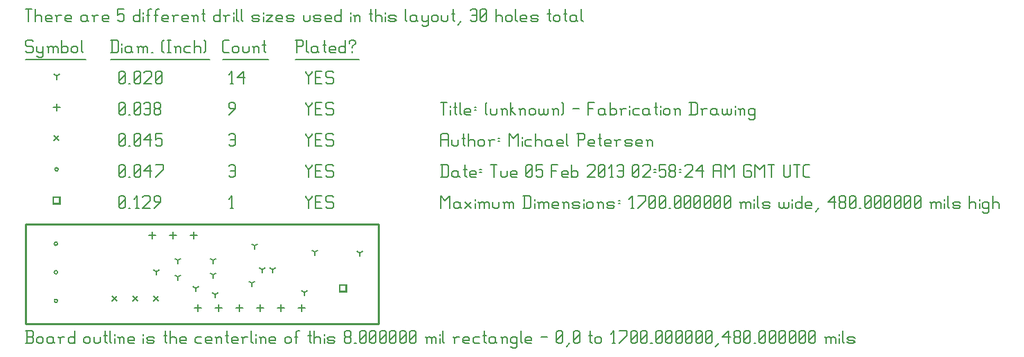
<source format=gbr>
G04 start of page 11 for group -3984 idx -3984 *
G04 Title: (unknown), fab *
G04 Creator: pcb 20110918 *
G04 CreationDate: Tue 05 Feb 2013 02:58:24 AM GMT UTC *
G04 For: railfan *
G04 Format: Gerber/RS-274X *
G04 PCB-Dimensions: 170000 48000 *
G04 PCB-Coordinate-Origin: lower left *
%MOIN*%
%FSLAX25Y25*%
%LNFAB*%
%ADD70C,0.0100*%
%ADD69C,0.0060*%
%ADD68R,0.0080X0.0080*%
G54D68*X151400Y18600D02*X154600D01*
X151400D02*Y15400D01*
X154600D01*
Y18600D02*Y15400D01*
X13400Y60850D02*X16600D01*
X13400D02*Y57650D01*
X16600D01*
Y60850D02*Y57650D01*
G54D69*X135000Y61500D02*Y60750D01*
X136500Y59250D01*
X138000Y60750D01*
Y61500D02*Y60750D01*
X136500Y59250D02*Y55500D01*
X139800Y58500D02*X142050D01*
X139800Y55500D02*X142800D01*
X139800Y61500D02*Y55500D01*
Y61500D02*X142800D01*
X147600D02*X148350Y60750D01*
X145350Y61500D02*X147600D01*
X144600Y60750D02*X145350Y61500D01*
X144600Y60750D02*Y59250D01*
X145350Y58500D01*
X147600D01*
X148350Y57750D01*
Y56250D01*
X147600Y55500D02*X148350Y56250D01*
X145350Y55500D02*X147600D01*
X144600Y56250D02*X145350Y55500D01*
X98750D02*X100250D01*
X99500Y61500D02*Y55500D01*
X98000Y60000D02*X99500Y61500D01*
X45000Y56250D02*X45750Y55500D01*
X45000Y60750D02*Y56250D01*
Y60750D02*X45750Y61500D01*
X47250D01*
X48000Y60750D01*
Y56250D01*
X47250Y55500D02*X48000Y56250D01*
X45750Y55500D02*X47250D01*
X45000Y57000D02*X48000Y60000D01*
X49800Y55500D02*X50550D01*
X53100D02*X54600D01*
X53850Y61500D02*Y55500D01*
X52350Y60000D02*X53850Y61500D01*
X56400Y60750D02*X57150Y61500D01*
X59400D01*
X60150Y60750D01*
Y59250D01*
X56400Y55500D02*X60150Y59250D01*
X56400Y55500D02*X60150D01*
X61950D02*X64950Y58500D01*
Y60750D02*Y58500D01*
X64200Y61500D02*X64950Y60750D01*
X62700Y61500D02*X64200D01*
X61950Y60750D02*X62700Y61500D01*
X61950Y60750D02*Y59250D01*
X62700Y58500D01*
X64950D01*
X13873Y38445D02*G75*G03X15473Y38445I800J0D01*G01*
G75*G03X13873Y38445I-800J0D01*G01*
Y24665D02*G75*G03X15473Y24665I800J0D01*G01*
G75*G03X13873Y24665I-800J0D01*G01*
Y10886D02*G75*G03X15473Y10886I800J0D01*G01*
G75*G03X13873Y10886I-800J0D01*G01*
X14200Y74250D02*G75*G03X15800Y74250I800J0D01*G01*
G75*G03X14200Y74250I-800J0D01*G01*
X135000Y76500D02*Y75750D01*
X136500Y74250D01*
X138000Y75750D01*
Y76500D02*Y75750D01*
X136500Y74250D02*Y70500D01*
X139800Y73500D02*X142050D01*
X139800Y70500D02*X142800D01*
X139800Y76500D02*Y70500D01*
Y76500D02*X142800D01*
X147600D02*X148350Y75750D01*
X145350Y76500D02*X147600D01*
X144600Y75750D02*X145350Y76500D01*
X144600Y75750D02*Y74250D01*
X145350Y73500D01*
X147600D01*
X148350Y72750D01*
Y71250D01*
X147600Y70500D02*X148350Y71250D01*
X145350Y70500D02*X147600D01*
X144600Y71250D02*X145350Y70500D01*
X98000Y75750D02*X98750Y76500D01*
X100250D01*
X101000Y75750D01*
Y71250D01*
X100250Y70500D02*X101000Y71250D01*
X98750Y70500D02*X100250D01*
X98000Y71250D02*X98750Y70500D01*
Y73500D02*X101000D01*
X45000Y71250D02*X45750Y70500D01*
X45000Y75750D02*Y71250D01*
Y75750D02*X45750Y76500D01*
X47250D01*
X48000Y75750D01*
Y71250D01*
X47250Y70500D02*X48000Y71250D01*
X45750Y70500D02*X47250D01*
X45000Y72000D02*X48000Y75000D01*
X49800Y70500D02*X50550D01*
X52350Y71250D02*X53100Y70500D01*
X52350Y75750D02*Y71250D01*
Y75750D02*X53100Y76500D01*
X54600D01*
X55350Y75750D01*
Y71250D01*
X54600Y70500D02*X55350Y71250D01*
X53100Y70500D02*X54600D01*
X52350Y72000D02*X55350Y75000D01*
X57150Y73500D02*X60150Y76500D01*
X57150Y73500D02*X60900D01*
X60150Y76500D02*Y70500D01*
X62700D02*X66450Y74250D01*
Y76500D02*Y74250D01*
X62700Y76500D02*X66450D01*
X61800Y13200D02*X64200Y10800D01*
X61800D02*X64200Y13200D01*
X51800D02*X54200Y10800D01*
X51800D02*X54200Y13200D01*
X41800D02*X44200Y10800D01*
X41800D02*X44200Y13200D01*
X13800Y90450D02*X16200Y88050D01*
X13800D02*X16200Y90450D01*
X135000Y91500D02*Y90750D01*
X136500Y89250D01*
X138000Y90750D01*
Y91500D02*Y90750D01*
X136500Y89250D02*Y85500D01*
X139800Y88500D02*X142050D01*
X139800Y85500D02*X142800D01*
X139800Y91500D02*Y85500D01*
Y91500D02*X142800D01*
X147600D02*X148350Y90750D01*
X145350Y91500D02*X147600D01*
X144600Y90750D02*X145350Y91500D01*
X144600Y90750D02*Y89250D01*
X145350Y88500D01*
X147600D01*
X148350Y87750D01*
Y86250D01*
X147600Y85500D02*X148350Y86250D01*
X145350Y85500D02*X147600D01*
X144600Y86250D02*X145350Y85500D01*
X98000Y90750D02*X98750Y91500D01*
X100250D01*
X101000Y90750D01*
Y86250D01*
X100250Y85500D02*X101000Y86250D01*
X98750Y85500D02*X100250D01*
X98000Y86250D02*X98750Y85500D01*
Y88500D02*X101000D01*
X45000Y86250D02*X45750Y85500D01*
X45000Y90750D02*Y86250D01*
Y90750D02*X45750Y91500D01*
X47250D01*
X48000Y90750D01*
Y86250D01*
X47250Y85500D02*X48000Y86250D01*
X45750Y85500D02*X47250D01*
X45000Y87000D02*X48000Y90000D01*
X49800Y85500D02*X50550D01*
X52350Y86250D02*X53100Y85500D01*
X52350Y90750D02*Y86250D01*
Y90750D02*X53100Y91500D01*
X54600D01*
X55350Y90750D01*
Y86250D01*
X54600Y85500D02*X55350Y86250D01*
X53100Y85500D02*X54600D01*
X52350Y87000D02*X55350Y90000D01*
X57150Y88500D02*X60150Y91500D01*
X57150Y88500D02*X60900D01*
X60150Y91500D02*Y85500D01*
X62700Y91500D02*X65700D01*
X62700D02*Y88500D01*
X63450Y89250D01*
X64950D01*
X65700Y88500D01*
Y86250D01*
X64950Y85500D02*X65700Y86250D01*
X63450Y85500D02*X64950D01*
X62700Y86250D02*X63450Y85500D01*
X61000Y44100D02*Y40900D01*
X59400Y42500D02*X62600D01*
X71000Y44100D02*Y40900D01*
X69400Y42500D02*X72600D01*
X81000Y44100D02*Y40900D01*
X79400Y42500D02*X82600D01*
X133000Y9100D02*Y5900D01*
X131400Y7500D02*X134600D01*
X123000Y9100D02*Y5900D01*
X121400Y7500D02*X124600D01*
X113000Y9100D02*Y5900D01*
X111400Y7500D02*X114600D01*
X103000Y9100D02*Y5900D01*
X101400Y7500D02*X104600D01*
X93000Y9100D02*Y5900D01*
X91400Y7500D02*X94600D01*
X83000Y9100D02*Y5900D01*
X81400Y7500D02*X84600D01*
X15000Y105850D02*Y102650D01*
X13400Y104250D02*X16600D01*
X135000Y106500D02*Y105750D01*
X136500Y104250D01*
X138000Y105750D01*
Y106500D02*Y105750D01*
X136500Y104250D02*Y100500D01*
X139800Y103500D02*X142050D01*
X139800Y100500D02*X142800D01*
X139800Y106500D02*Y100500D01*
Y106500D02*X142800D01*
X147600D02*X148350Y105750D01*
X145350Y106500D02*X147600D01*
X144600Y105750D02*X145350Y106500D01*
X144600Y105750D02*Y104250D01*
X145350Y103500D01*
X147600D01*
X148350Y102750D01*
Y101250D01*
X147600Y100500D02*X148350Y101250D01*
X145350Y100500D02*X147600D01*
X144600Y101250D02*X145350Y100500D01*
X98000D02*X101000Y103500D01*
Y105750D02*Y103500D01*
X100250Y106500D02*X101000Y105750D01*
X98750Y106500D02*X100250D01*
X98000Y105750D02*X98750Y106500D01*
X98000Y105750D02*Y104250D01*
X98750Y103500D01*
X101000D01*
X45000Y101250D02*X45750Y100500D01*
X45000Y105750D02*Y101250D01*
Y105750D02*X45750Y106500D01*
X47250D01*
X48000Y105750D01*
Y101250D01*
X47250Y100500D02*X48000Y101250D01*
X45750Y100500D02*X47250D01*
X45000Y102000D02*X48000Y105000D01*
X49800Y100500D02*X50550D01*
X52350Y101250D02*X53100Y100500D01*
X52350Y105750D02*Y101250D01*
Y105750D02*X53100Y106500D01*
X54600D01*
X55350Y105750D01*
Y101250D01*
X54600Y100500D02*X55350Y101250D01*
X53100Y100500D02*X54600D01*
X52350Y102000D02*X55350Y105000D01*
X57150Y105750D02*X57900Y106500D01*
X59400D01*
X60150Y105750D01*
Y101250D01*
X59400Y100500D02*X60150Y101250D01*
X57900Y100500D02*X59400D01*
X57150Y101250D02*X57900Y100500D01*
Y103500D02*X60150D01*
X61950Y101250D02*X62700Y100500D01*
X61950Y102750D02*Y101250D01*
Y102750D02*X62700Y103500D01*
X64200D01*
X64950Y102750D01*
Y101250D01*
X64200Y100500D02*X64950Y101250D01*
X62700Y100500D02*X64200D01*
X61950Y104250D02*X62700Y103500D01*
X61950Y105750D02*Y104250D01*
Y105750D02*X62700Y106500D01*
X64200D01*
X64950Y105750D01*
Y104250D01*
X64200Y103500D02*X64950Y104250D01*
X109000Y19500D02*Y17900D01*
Y19500D02*X110387Y20300D01*
X109000Y19500D02*X107613Y20300D01*
X73500Y22500D02*Y20900D01*
Y22500D02*X74887Y23300D01*
X73500Y22500D02*X72113Y23300D01*
X73500Y30500D02*Y28900D01*
Y30500D02*X74887Y31300D01*
X73500Y30500D02*X72113Y31300D01*
X90500Y23500D02*Y21900D01*
Y23500D02*X91887Y24300D01*
X90500Y23500D02*X89113Y24300D01*
X139500Y34500D02*Y32900D01*
Y34500D02*X140887Y35300D01*
X139500Y34500D02*X138113Y35300D01*
X110500Y37500D02*Y35900D01*
Y37500D02*X111887Y38300D01*
X110500Y37500D02*X109113Y38300D01*
X90500Y30500D02*Y28900D01*
Y30500D02*X91887Y31300D01*
X90500Y30500D02*X89113Y31300D01*
X119000Y26000D02*Y24400D01*
Y26000D02*X120387Y26800D01*
X119000Y26000D02*X117613Y26800D01*
X161000Y34000D02*Y32400D01*
Y34000D02*X162387Y34800D01*
X161000Y34000D02*X159613Y34800D01*
X114000Y26000D02*Y24400D01*
Y26000D02*X115387Y26800D01*
X114000Y26000D02*X112613Y26800D01*
X82000Y17000D02*Y15400D01*
Y17000D02*X83387Y17800D01*
X82000Y17000D02*X80613Y17800D01*
X134500Y15000D02*Y13400D01*
Y15000D02*X135887Y15800D01*
X134500Y15000D02*X133113Y15800D01*
X91500Y14000D02*Y12400D01*
Y14000D02*X92887Y14800D01*
X91500Y14000D02*X90113Y14800D01*
X63000Y25000D02*Y23400D01*
Y25000D02*X64387Y25800D01*
X63000Y25000D02*X61613Y25800D01*
X15000Y119250D02*Y117650D01*
Y119250D02*X16387Y120050D01*
X15000Y119250D02*X13613Y120050D01*
X135000Y121500D02*Y120750D01*
X136500Y119250D01*
X138000Y120750D01*
Y121500D02*Y120750D01*
X136500Y119250D02*Y115500D01*
X139800Y118500D02*X142050D01*
X139800Y115500D02*X142800D01*
X139800Y121500D02*Y115500D01*
Y121500D02*X142800D01*
X147600D02*X148350Y120750D01*
X145350Y121500D02*X147600D01*
X144600Y120750D02*X145350Y121500D01*
X144600Y120750D02*Y119250D01*
X145350Y118500D01*
X147600D01*
X148350Y117750D01*
Y116250D01*
X147600Y115500D02*X148350Y116250D01*
X145350Y115500D02*X147600D01*
X144600Y116250D02*X145350Y115500D01*
X98750D02*X100250D01*
X99500Y121500D02*Y115500D01*
X98000Y120000D02*X99500Y121500D01*
X102050Y118500D02*X105050Y121500D01*
X102050Y118500D02*X105800D01*
X105050Y121500D02*Y115500D01*
X45000Y116250D02*X45750Y115500D01*
X45000Y120750D02*Y116250D01*
Y120750D02*X45750Y121500D01*
X47250D01*
X48000Y120750D01*
Y116250D01*
X47250Y115500D02*X48000Y116250D01*
X45750Y115500D02*X47250D01*
X45000Y117000D02*X48000Y120000D01*
X49800Y115500D02*X50550D01*
X52350Y116250D02*X53100Y115500D01*
X52350Y120750D02*Y116250D01*
Y120750D02*X53100Y121500D01*
X54600D01*
X55350Y120750D01*
Y116250D01*
X54600Y115500D02*X55350Y116250D01*
X53100Y115500D02*X54600D01*
X52350Y117000D02*X55350Y120000D01*
X57150Y120750D02*X57900Y121500D01*
X60150D01*
X60900Y120750D01*
Y119250D01*
X57150Y115500D02*X60900Y119250D01*
X57150Y115500D02*X60900D01*
X62700Y116250D02*X63450Y115500D01*
X62700Y120750D02*Y116250D01*
Y120750D02*X63450Y121500D01*
X64950D01*
X65700Y120750D01*
Y116250D01*
X64950Y115500D02*X65700Y116250D01*
X63450Y115500D02*X64950D01*
X62700Y117000D02*X65700Y120000D01*
X3000Y136500D02*X3750Y135750D01*
X750Y136500D02*X3000D01*
X0Y135750D02*X750Y136500D01*
X0Y135750D02*Y134250D01*
X750Y133500D01*
X3000D01*
X3750Y132750D01*
Y131250D01*
X3000Y130500D02*X3750Y131250D01*
X750Y130500D02*X3000D01*
X0Y131250D02*X750Y130500D01*
X5550Y133500D02*Y131250D01*
X6300Y130500D01*
X8550Y133500D02*Y129000D01*
X7800Y128250D02*X8550Y129000D01*
X6300Y128250D02*X7800D01*
X5550Y129000D02*X6300Y128250D01*
Y130500D02*X7800D01*
X8550Y131250D01*
X11100Y132750D02*Y130500D01*
Y132750D02*X11850Y133500D01*
X12600D01*
X13350Y132750D01*
Y130500D01*
Y132750D02*X14100Y133500D01*
X14850D01*
X15600Y132750D01*
Y130500D01*
X10350Y133500D02*X11100Y132750D01*
X17400Y136500D02*Y130500D01*
Y131250D02*X18150Y130500D01*
X19650D01*
X20400Y131250D01*
Y132750D02*Y131250D01*
X19650Y133500D02*X20400Y132750D01*
X18150Y133500D02*X19650D01*
X17400Y132750D02*X18150Y133500D01*
X22200Y132750D02*Y131250D01*
Y132750D02*X22950Y133500D01*
X24450D01*
X25200Y132750D01*
Y131250D01*
X24450Y130500D02*X25200Y131250D01*
X22950Y130500D02*X24450D01*
X22200Y131250D02*X22950Y130500D01*
X27000Y136500D02*Y131250D01*
X27750Y130500D01*
X0Y127250D02*X29250D01*
X41750Y136500D02*Y130500D01*
X44000Y136500D02*X44750Y135750D01*
Y131250D01*
X44000Y130500D02*X44750Y131250D01*
X41000Y130500D02*X44000D01*
X41000Y136500D02*X44000D01*
X46550Y135000D02*Y134250D01*
Y132750D02*Y130500D01*
X50300Y133500D02*X51050Y132750D01*
X48800Y133500D02*X50300D01*
X48050Y132750D02*X48800Y133500D01*
X48050Y132750D02*Y131250D01*
X48800Y130500D01*
X51050Y133500D02*Y131250D01*
X51800Y130500D01*
X48800D02*X50300D01*
X51050Y131250D01*
X54350Y132750D02*Y130500D01*
Y132750D02*X55100Y133500D01*
X55850D01*
X56600Y132750D01*
Y130500D01*
Y132750D02*X57350Y133500D01*
X58100D01*
X58850Y132750D01*
Y130500D01*
X53600Y133500D02*X54350Y132750D01*
X60650Y130500D02*X61400D01*
X65900Y131250D02*X66650Y130500D01*
X65900Y135750D02*X66650Y136500D01*
X65900Y135750D02*Y131250D01*
X68450Y136500D02*X69950D01*
X69200D02*Y130500D01*
X68450D02*X69950D01*
X72500Y132750D02*Y130500D01*
Y132750D02*X73250Y133500D01*
X74000D01*
X74750Y132750D01*
Y130500D01*
X71750Y133500D02*X72500Y132750D01*
X77300Y133500D02*X79550D01*
X76550Y132750D02*X77300Y133500D01*
X76550Y132750D02*Y131250D01*
X77300Y130500D01*
X79550D01*
X81350Y136500D02*Y130500D01*
Y132750D02*X82100Y133500D01*
X83600D01*
X84350Y132750D01*
Y130500D01*
X86150Y136500D02*X86900Y135750D01*
Y131250D01*
X86150Y130500D02*X86900Y131250D01*
X41000Y127250D02*X88700D01*
X95750Y130500D02*X98000D01*
X95000Y131250D02*X95750Y130500D01*
X95000Y135750D02*Y131250D01*
Y135750D02*X95750Y136500D01*
X98000D01*
X99800Y132750D02*Y131250D01*
Y132750D02*X100550Y133500D01*
X102050D01*
X102800Y132750D01*
Y131250D01*
X102050Y130500D02*X102800Y131250D01*
X100550Y130500D02*X102050D01*
X99800Y131250D02*X100550Y130500D01*
X104600Y133500D02*Y131250D01*
X105350Y130500D01*
X106850D01*
X107600Y131250D01*
Y133500D02*Y131250D01*
X110150Y132750D02*Y130500D01*
Y132750D02*X110900Y133500D01*
X111650D01*
X112400Y132750D01*
Y130500D01*
X109400Y133500D02*X110150Y132750D01*
X114950Y136500D02*Y131250D01*
X115700Y130500D01*
X114200Y134250D02*X115700D01*
X95000Y127250D02*X117200D01*
X130750Y136500D02*Y130500D01*
X130000Y136500D02*X133000D01*
X133750Y135750D01*
Y134250D01*
X133000Y133500D02*X133750Y134250D01*
X130750Y133500D02*X133000D01*
X135550Y136500D02*Y131250D01*
X136300Y130500D01*
X140050Y133500D02*X140800Y132750D01*
X138550Y133500D02*X140050D01*
X137800Y132750D02*X138550Y133500D01*
X137800Y132750D02*Y131250D01*
X138550Y130500D01*
X140800Y133500D02*Y131250D01*
X141550Y130500D01*
X138550D02*X140050D01*
X140800Y131250D01*
X144100Y136500D02*Y131250D01*
X144850Y130500D01*
X143350Y134250D02*X144850D01*
X147100Y130500D02*X149350D01*
X146350Y131250D02*X147100Y130500D01*
X146350Y132750D02*Y131250D01*
Y132750D02*X147100Y133500D01*
X148600D01*
X149350Y132750D01*
X146350Y132000D02*X149350D01*
Y132750D02*Y132000D01*
X154150Y136500D02*Y130500D01*
X153400D02*X154150Y131250D01*
X151900Y130500D02*X153400D01*
X151150Y131250D02*X151900Y130500D01*
X151150Y132750D02*Y131250D01*
Y132750D02*X151900Y133500D01*
X153400D01*
X154150Y132750D01*
X157450Y133500D02*Y132750D01*
Y131250D02*Y130500D01*
X155950Y135750D02*Y135000D01*
Y135750D02*X156700Y136500D01*
X158200D01*
X158950Y135750D01*
Y135000D01*
X157450Y133500D02*X158950Y135000D01*
X130000Y127250D02*X160750D01*
X0Y151500D02*X3000D01*
X1500D02*Y145500D01*
X4800Y151500D02*Y145500D01*
Y147750D02*X5550Y148500D01*
X7050D01*
X7800Y147750D01*
Y145500D01*
X10350D02*X12600D01*
X9600Y146250D02*X10350Y145500D01*
X9600Y147750D02*Y146250D01*
Y147750D02*X10350Y148500D01*
X11850D01*
X12600Y147750D01*
X9600Y147000D02*X12600D01*
Y147750D02*Y147000D01*
X15150Y147750D02*Y145500D01*
Y147750D02*X15900Y148500D01*
X17400D01*
X14400D02*X15150Y147750D01*
X19950Y145500D02*X22200D01*
X19200Y146250D02*X19950Y145500D01*
X19200Y147750D02*Y146250D01*
Y147750D02*X19950Y148500D01*
X21450D01*
X22200Y147750D01*
X19200Y147000D02*X22200D01*
Y147750D02*Y147000D01*
X28950Y148500D02*X29700Y147750D01*
X27450Y148500D02*X28950D01*
X26700Y147750D02*X27450Y148500D01*
X26700Y147750D02*Y146250D01*
X27450Y145500D01*
X29700Y148500D02*Y146250D01*
X30450Y145500D01*
X27450D02*X28950D01*
X29700Y146250D01*
X33000Y147750D02*Y145500D01*
Y147750D02*X33750Y148500D01*
X35250D01*
X32250D02*X33000Y147750D01*
X37800Y145500D02*X40050D01*
X37050Y146250D02*X37800Y145500D01*
X37050Y147750D02*Y146250D01*
Y147750D02*X37800Y148500D01*
X39300D01*
X40050Y147750D01*
X37050Y147000D02*X40050D01*
Y147750D02*Y147000D01*
X44550Y151500D02*X47550D01*
X44550D02*Y148500D01*
X45300Y149250D01*
X46800D01*
X47550Y148500D01*
Y146250D01*
X46800Y145500D02*X47550Y146250D01*
X45300Y145500D02*X46800D01*
X44550Y146250D02*X45300Y145500D01*
X55050Y151500D02*Y145500D01*
X54300D02*X55050Y146250D01*
X52800Y145500D02*X54300D01*
X52050Y146250D02*X52800Y145500D01*
X52050Y147750D02*Y146250D01*
Y147750D02*X52800Y148500D01*
X54300D01*
X55050Y147750D01*
X56850Y150000D02*Y149250D01*
Y147750D02*Y145500D01*
X59100Y150750D02*Y145500D01*
Y150750D02*X59850Y151500D01*
X60600D01*
X58350Y148500D02*X59850D01*
X62850Y150750D02*Y145500D01*
Y150750D02*X63600Y151500D01*
X64350D01*
X62100Y148500D02*X63600D01*
X66600Y145500D02*X68850D01*
X65850Y146250D02*X66600Y145500D01*
X65850Y147750D02*Y146250D01*
Y147750D02*X66600Y148500D01*
X68100D01*
X68850Y147750D01*
X65850Y147000D02*X68850D01*
Y147750D02*Y147000D01*
X71400Y147750D02*Y145500D01*
Y147750D02*X72150Y148500D01*
X73650D01*
X70650D02*X71400Y147750D01*
X76200Y145500D02*X78450D01*
X75450Y146250D02*X76200Y145500D01*
X75450Y147750D02*Y146250D01*
Y147750D02*X76200Y148500D01*
X77700D01*
X78450Y147750D01*
X75450Y147000D02*X78450D01*
Y147750D02*Y147000D01*
X81000Y147750D02*Y145500D01*
Y147750D02*X81750Y148500D01*
X82500D01*
X83250Y147750D01*
Y145500D01*
X80250Y148500D02*X81000Y147750D01*
X85800Y151500D02*Y146250D01*
X86550Y145500D01*
X85050Y149250D02*X86550D01*
X93750Y151500D02*Y145500D01*
X93000D02*X93750Y146250D01*
X91500Y145500D02*X93000D01*
X90750Y146250D02*X91500Y145500D01*
X90750Y147750D02*Y146250D01*
Y147750D02*X91500Y148500D01*
X93000D01*
X93750Y147750D01*
X96300D02*Y145500D01*
Y147750D02*X97050Y148500D01*
X98550D01*
X95550D02*X96300Y147750D01*
X100350Y150000D02*Y149250D01*
Y147750D02*Y145500D01*
X101850Y151500D02*Y146250D01*
X102600Y145500D01*
X104100Y151500D02*Y146250D01*
X104850Y145500D01*
X109800D02*X112050D01*
X112800Y146250D01*
X112050Y147000D02*X112800Y146250D01*
X109800Y147000D02*X112050D01*
X109050Y147750D02*X109800Y147000D01*
X109050Y147750D02*X109800Y148500D01*
X112050D01*
X112800Y147750D01*
X109050Y146250D02*X109800Y145500D01*
X114600Y150000D02*Y149250D01*
Y147750D02*Y145500D01*
X116100Y148500D02*X119100D01*
X116100Y145500D02*X119100Y148500D01*
X116100Y145500D02*X119100D01*
X121650D02*X123900D01*
X120900Y146250D02*X121650Y145500D01*
X120900Y147750D02*Y146250D01*
Y147750D02*X121650Y148500D01*
X123150D01*
X123900Y147750D01*
X120900Y147000D02*X123900D01*
Y147750D02*Y147000D01*
X126450Y145500D02*X128700D01*
X129450Y146250D01*
X128700Y147000D02*X129450Y146250D01*
X126450Y147000D02*X128700D01*
X125700Y147750D02*X126450Y147000D01*
X125700Y147750D02*X126450Y148500D01*
X128700D01*
X129450Y147750D01*
X125700Y146250D02*X126450Y145500D01*
X133950Y148500D02*Y146250D01*
X134700Y145500D01*
X136200D01*
X136950Y146250D01*
Y148500D02*Y146250D01*
X139500Y145500D02*X141750D01*
X142500Y146250D01*
X141750Y147000D02*X142500Y146250D01*
X139500Y147000D02*X141750D01*
X138750Y147750D02*X139500Y147000D01*
X138750Y147750D02*X139500Y148500D01*
X141750D01*
X142500Y147750D01*
X138750Y146250D02*X139500Y145500D01*
X145050D02*X147300D01*
X144300Y146250D02*X145050Y145500D01*
X144300Y147750D02*Y146250D01*
Y147750D02*X145050Y148500D01*
X146550D01*
X147300Y147750D01*
X144300Y147000D02*X147300D01*
Y147750D02*Y147000D01*
X152100Y151500D02*Y145500D01*
X151350D02*X152100Y146250D01*
X149850Y145500D02*X151350D01*
X149100Y146250D02*X149850Y145500D01*
X149100Y147750D02*Y146250D01*
Y147750D02*X149850Y148500D01*
X151350D01*
X152100Y147750D01*
X156600Y150000D02*Y149250D01*
Y147750D02*Y145500D01*
X158850Y147750D02*Y145500D01*
Y147750D02*X159600Y148500D01*
X160350D01*
X161100Y147750D01*
Y145500D01*
X158100Y148500D02*X158850Y147750D01*
X166350Y151500D02*Y146250D01*
X167100Y145500D01*
X165600Y149250D02*X167100D01*
X168600Y151500D02*Y145500D01*
Y147750D02*X169350Y148500D01*
X170850D01*
X171600Y147750D01*
Y145500D01*
X173400Y150000D02*Y149250D01*
Y147750D02*Y145500D01*
X175650D02*X177900D01*
X178650Y146250D01*
X177900Y147000D02*X178650Y146250D01*
X175650Y147000D02*X177900D01*
X174900Y147750D02*X175650Y147000D01*
X174900Y147750D02*X175650Y148500D01*
X177900D01*
X178650Y147750D01*
X174900Y146250D02*X175650Y145500D01*
X183150Y151500D02*Y146250D01*
X183900Y145500D01*
X187650Y148500D02*X188400Y147750D01*
X186150Y148500D02*X187650D01*
X185400Y147750D02*X186150Y148500D01*
X185400Y147750D02*Y146250D01*
X186150Y145500D01*
X188400Y148500D02*Y146250D01*
X189150Y145500D01*
X186150D02*X187650D01*
X188400Y146250D01*
X190950Y148500D02*Y146250D01*
X191700Y145500D01*
X193950Y148500D02*Y144000D01*
X193200Y143250D02*X193950Y144000D01*
X191700Y143250D02*X193200D01*
X190950Y144000D02*X191700Y143250D01*
Y145500D02*X193200D01*
X193950Y146250D01*
X195750Y147750D02*Y146250D01*
Y147750D02*X196500Y148500D01*
X198000D01*
X198750Y147750D01*
Y146250D01*
X198000Y145500D02*X198750Y146250D01*
X196500Y145500D02*X198000D01*
X195750Y146250D02*X196500Y145500D01*
X200550Y148500D02*Y146250D01*
X201300Y145500D01*
X202800D01*
X203550Y146250D01*
Y148500D02*Y146250D01*
X206100Y151500D02*Y146250D01*
X206850Y145500D01*
X205350Y149250D02*X206850D01*
X208350Y144000D02*X209850Y145500D01*
X214350Y150750D02*X215100Y151500D01*
X216600D01*
X217350Y150750D01*
Y146250D01*
X216600Y145500D02*X217350Y146250D01*
X215100Y145500D02*X216600D01*
X214350Y146250D02*X215100Y145500D01*
Y148500D02*X217350D01*
X219150Y146250D02*X219900Y145500D01*
X219150Y150750D02*Y146250D01*
Y150750D02*X219900Y151500D01*
X221400D01*
X222150Y150750D01*
Y146250D01*
X221400Y145500D02*X222150Y146250D01*
X219900Y145500D02*X221400D01*
X219150Y147000D02*X222150Y150000D01*
X226650Y151500D02*Y145500D01*
Y147750D02*X227400Y148500D01*
X228900D01*
X229650Y147750D01*
Y145500D01*
X231450Y147750D02*Y146250D01*
Y147750D02*X232200Y148500D01*
X233700D01*
X234450Y147750D01*
Y146250D01*
X233700Y145500D02*X234450Y146250D01*
X232200Y145500D02*X233700D01*
X231450Y146250D02*X232200Y145500D01*
X236250Y151500D02*Y146250D01*
X237000Y145500D01*
X239250D02*X241500D01*
X238500Y146250D02*X239250Y145500D01*
X238500Y147750D02*Y146250D01*
Y147750D02*X239250Y148500D01*
X240750D01*
X241500Y147750D01*
X238500Y147000D02*X241500D01*
Y147750D02*Y147000D01*
X244050Y145500D02*X246300D01*
X247050Y146250D01*
X246300Y147000D02*X247050Y146250D01*
X244050Y147000D02*X246300D01*
X243300Y147750D02*X244050Y147000D01*
X243300Y147750D02*X244050Y148500D01*
X246300D01*
X247050Y147750D01*
X243300Y146250D02*X244050Y145500D01*
X252300Y151500D02*Y146250D01*
X253050Y145500D01*
X251550Y149250D02*X253050D01*
X254550Y147750D02*Y146250D01*
Y147750D02*X255300Y148500D01*
X256800D01*
X257550Y147750D01*
Y146250D01*
X256800Y145500D02*X257550Y146250D01*
X255300Y145500D02*X256800D01*
X254550Y146250D02*X255300Y145500D01*
X260100Y151500D02*Y146250D01*
X260850Y145500D01*
X259350Y149250D02*X260850D01*
X264600Y148500D02*X265350Y147750D01*
X263100Y148500D02*X264600D01*
X262350Y147750D02*X263100Y148500D01*
X262350Y147750D02*Y146250D01*
X263100Y145500D01*
X265350Y148500D02*Y146250D01*
X266100Y145500D01*
X263100D02*X264600D01*
X265350Y146250D01*
X267900Y151500D02*Y146250D01*
X268650Y145500D01*
G54D70*X0Y48000D02*X170000D01*
X0D02*Y0D01*
X170000Y48000D02*Y0D01*
X0D02*X170000D01*
G54D69*X200000Y61500D02*Y55500D01*
Y61500D02*X202250Y59250D01*
X204500Y61500D01*
Y55500D01*
X208550Y58500D02*X209300Y57750D01*
X207050Y58500D02*X208550D01*
X206300Y57750D02*X207050Y58500D01*
X206300Y57750D02*Y56250D01*
X207050Y55500D01*
X209300Y58500D02*Y56250D01*
X210050Y55500D01*
X207050D02*X208550D01*
X209300Y56250D01*
X211850Y58500D02*X214850Y55500D01*
X211850D02*X214850Y58500D01*
X216650Y60000D02*Y59250D01*
Y57750D02*Y55500D01*
X218900Y57750D02*Y55500D01*
Y57750D02*X219650Y58500D01*
X220400D01*
X221150Y57750D01*
Y55500D01*
Y57750D02*X221900Y58500D01*
X222650D01*
X223400Y57750D01*
Y55500D01*
X218150Y58500D02*X218900Y57750D01*
X225200Y58500D02*Y56250D01*
X225950Y55500D01*
X227450D01*
X228200Y56250D01*
Y58500D02*Y56250D01*
X230750Y57750D02*Y55500D01*
Y57750D02*X231500Y58500D01*
X232250D01*
X233000Y57750D01*
Y55500D01*
Y57750D02*X233750Y58500D01*
X234500D01*
X235250Y57750D01*
Y55500D01*
X230000Y58500D02*X230750Y57750D01*
X240500Y61500D02*Y55500D01*
X242750Y61500D02*X243500Y60750D01*
Y56250D01*
X242750Y55500D02*X243500Y56250D01*
X239750Y55500D02*X242750D01*
X239750Y61500D02*X242750D01*
X245300Y60000D02*Y59250D01*
Y57750D02*Y55500D01*
X247550Y57750D02*Y55500D01*
Y57750D02*X248300Y58500D01*
X249050D01*
X249800Y57750D01*
Y55500D01*
Y57750D02*X250550Y58500D01*
X251300D01*
X252050Y57750D01*
Y55500D01*
X246800Y58500D02*X247550Y57750D01*
X254600Y55500D02*X256850D01*
X253850Y56250D02*X254600Y55500D01*
X253850Y57750D02*Y56250D01*
Y57750D02*X254600Y58500D01*
X256100D01*
X256850Y57750D01*
X253850Y57000D02*X256850D01*
Y57750D02*Y57000D01*
X259400Y57750D02*Y55500D01*
Y57750D02*X260150Y58500D01*
X260900D01*
X261650Y57750D01*
Y55500D01*
X258650Y58500D02*X259400Y57750D01*
X264200Y55500D02*X266450D01*
X267200Y56250D01*
X266450Y57000D02*X267200Y56250D01*
X264200Y57000D02*X266450D01*
X263450Y57750D02*X264200Y57000D01*
X263450Y57750D02*X264200Y58500D01*
X266450D01*
X267200Y57750D01*
X263450Y56250D02*X264200Y55500D01*
X269000Y60000D02*Y59250D01*
Y57750D02*Y55500D01*
X270500Y57750D02*Y56250D01*
Y57750D02*X271250Y58500D01*
X272750D01*
X273500Y57750D01*
Y56250D01*
X272750Y55500D02*X273500Y56250D01*
X271250Y55500D02*X272750D01*
X270500Y56250D02*X271250Y55500D01*
X276050Y57750D02*Y55500D01*
Y57750D02*X276800Y58500D01*
X277550D01*
X278300Y57750D01*
Y55500D01*
X275300Y58500D02*X276050Y57750D01*
X280850Y55500D02*X283100D01*
X283850Y56250D01*
X283100Y57000D02*X283850Y56250D01*
X280850Y57000D02*X283100D01*
X280100Y57750D02*X280850Y57000D01*
X280100Y57750D02*X280850Y58500D01*
X283100D01*
X283850Y57750D01*
X280100Y56250D02*X280850Y55500D01*
X285650Y59250D02*X286400D01*
X285650Y57750D02*X286400D01*
X291650Y55500D02*X293150D01*
X292400Y61500D02*Y55500D01*
X290900Y60000D02*X292400Y61500D01*
X294950Y55500D02*X298700Y59250D01*
Y61500D02*Y59250D01*
X294950Y61500D02*X298700D01*
X300500Y56250D02*X301250Y55500D01*
X300500Y60750D02*Y56250D01*
Y60750D02*X301250Y61500D01*
X302750D01*
X303500Y60750D01*
Y56250D01*
X302750Y55500D02*X303500Y56250D01*
X301250Y55500D02*X302750D01*
X300500Y57000D02*X303500Y60000D01*
X305300Y56250D02*X306050Y55500D01*
X305300Y60750D02*Y56250D01*
Y60750D02*X306050Y61500D01*
X307550D01*
X308300Y60750D01*
Y56250D01*
X307550Y55500D02*X308300Y56250D01*
X306050Y55500D02*X307550D01*
X305300Y57000D02*X308300Y60000D01*
X310100Y55500D02*X310850D01*
X312650Y56250D02*X313400Y55500D01*
X312650Y60750D02*Y56250D01*
Y60750D02*X313400Y61500D01*
X314900D01*
X315650Y60750D01*
Y56250D01*
X314900Y55500D02*X315650Y56250D01*
X313400Y55500D02*X314900D01*
X312650Y57000D02*X315650Y60000D01*
X317450Y56250D02*X318200Y55500D01*
X317450Y60750D02*Y56250D01*
Y60750D02*X318200Y61500D01*
X319700D01*
X320450Y60750D01*
Y56250D01*
X319700Y55500D02*X320450Y56250D01*
X318200Y55500D02*X319700D01*
X317450Y57000D02*X320450Y60000D01*
X322250Y56250D02*X323000Y55500D01*
X322250Y60750D02*Y56250D01*
Y60750D02*X323000Y61500D01*
X324500D01*
X325250Y60750D01*
Y56250D01*
X324500Y55500D02*X325250Y56250D01*
X323000Y55500D02*X324500D01*
X322250Y57000D02*X325250Y60000D01*
X327050Y56250D02*X327800Y55500D01*
X327050Y60750D02*Y56250D01*
Y60750D02*X327800Y61500D01*
X329300D01*
X330050Y60750D01*
Y56250D01*
X329300Y55500D02*X330050Y56250D01*
X327800Y55500D02*X329300D01*
X327050Y57000D02*X330050Y60000D01*
X331850Y56250D02*X332600Y55500D01*
X331850Y60750D02*Y56250D01*
Y60750D02*X332600Y61500D01*
X334100D01*
X334850Y60750D01*
Y56250D01*
X334100Y55500D02*X334850Y56250D01*
X332600Y55500D02*X334100D01*
X331850Y57000D02*X334850Y60000D01*
X336650Y56250D02*X337400Y55500D01*
X336650Y60750D02*Y56250D01*
Y60750D02*X337400Y61500D01*
X338900D01*
X339650Y60750D01*
Y56250D01*
X338900Y55500D02*X339650Y56250D01*
X337400Y55500D02*X338900D01*
X336650Y57000D02*X339650Y60000D01*
X344900Y57750D02*Y55500D01*
Y57750D02*X345650Y58500D01*
X346400D01*
X347150Y57750D01*
Y55500D01*
Y57750D02*X347900Y58500D01*
X348650D01*
X349400Y57750D01*
Y55500D01*
X344150Y58500D02*X344900Y57750D01*
X351200Y60000D02*Y59250D01*
Y57750D02*Y55500D01*
X352700Y61500D02*Y56250D01*
X353450Y55500D01*
X355700D02*X357950D01*
X358700Y56250D01*
X357950Y57000D02*X358700Y56250D01*
X355700Y57000D02*X357950D01*
X354950Y57750D02*X355700Y57000D01*
X354950Y57750D02*X355700Y58500D01*
X357950D01*
X358700Y57750D01*
X354950Y56250D02*X355700Y55500D01*
X363200Y58500D02*Y56250D01*
X363950Y55500D01*
X364700D01*
X365450Y56250D01*
Y58500D02*Y56250D01*
X366200Y55500D01*
X366950D01*
X367700Y56250D01*
Y58500D02*Y56250D01*
X369500Y60000D02*Y59250D01*
Y57750D02*Y55500D01*
X374000Y61500D02*Y55500D01*
X373250D02*X374000Y56250D01*
X371750Y55500D02*X373250D01*
X371000Y56250D02*X371750Y55500D01*
X371000Y57750D02*Y56250D01*
Y57750D02*X371750Y58500D01*
X373250D01*
X374000Y57750D01*
X376550Y55500D02*X378800D01*
X375800Y56250D02*X376550Y55500D01*
X375800Y57750D02*Y56250D01*
Y57750D02*X376550Y58500D01*
X378050D01*
X378800Y57750D01*
X375800Y57000D02*X378800D01*
Y57750D02*Y57000D01*
X380600Y54000D02*X382100Y55500D01*
X386600Y58500D02*X389600Y61500D01*
X386600Y58500D02*X390350D01*
X389600Y61500D02*Y55500D01*
X392150Y56250D02*X392900Y55500D01*
X392150Y57750D02*Y56250D01*
Y57750D02*X392900Y58500D01*
X394400D01*
X395150Y57750D01*
Y56250D01*
X394400Y55500D02*X395150Y56250D01*
X392900Y55500D02*X394400D01*
X392150Y59250D02*X392900Y58500D01*
X392150Y60750D02*Y59250D01*
Y60750D02*X392900Y61500D01*
X394400D01*
X395150Y60750D01*
Y59250D01*
X394400Y58500D02*X395150Y59250D01*
X396950Y56250D02*X397700Y55500D01*
X396950Y60750D02*Y56250D01*
Y60750D02*X397700Y61500D01*
X399200D01*
X399950Y60750D01*
Y56250D01*
X399200Y55500D02*X399950Y56250D01*
X397700Y55500D02*X399200D01*
X396950Y57000D02*X399950Y60000D01*
X401750Y55500D02*X402500D01*
X404300Y56250D02*X405050Y55500D01*
X404300Y60750D02*Y56250D01*
Y60750D02*X405050Y61500D01*
X406550D01*
X407300Y60750D01*
Y56250D01*
X406550Y55500D02*X407300Y56250D01*
X405050Y55500D02*X406550D01*
X404300Y57000D02*X407300Y60000D01*
X409100Y56250D02*X409850Y55500D01*
X409100Y60750D02*Y56250D01*
Y60750D02*X409850Y61500D01*
X411350D01*
X412100Y60750D01*
Y56250D01*
X411350Y55500D02*X412100Y56250D01*
X409850Y55500D02*X411350D01*
X409100Y57000D02*X412100Y60000D01*
X413900Y56250D02*X414650Y55500D01*
X413900Y60750D02*Y56250D01*
Y60750D02*X414650Y61500D01*
X416150D01*
X416900Y60750D01*
Y56250D01*
X416150Y55500D02*X416900Y56250D01*
X414650Y55500D02*X416150D01*
X413900Y57000D02*X416900Y60000D01*
X418700Y56250D02*X419450Y55500D01*
X418700Y60750D02*Y56250D01*
Y60750D02*X419450Y61500D01*
X420950D01*
X421700Y60750D01*
Y56250D01*
X420950Y55500D02*X421700Y56250D01*
X419450Y55500D02*X420950D01*
X418700Y57000D02*X421700Y60000D01*
X423500Y56250D02*X424250Y55500D01*
X423500Y60750D02*Y56250D01*
Y60750D02*X424250Y61500D01*
X425750D01*
X426500Y60750D01*
Y56250D01*
X425750Y55500D02*X426500Y56250D01*
X424250Y55500D02*X425750D01*
X423500Y57000D02*X426500Y60000D01*
X428300Y56250D02*X429050Y55500D01*
X428300Y60750D02*Y56250D01*
Y60750D02*X429050Y61500D01*
X430550D01*
X431300Y60750D01*
Y56250D01*
X430550Y55500D02*X431300Y56250D01*
X429050Y55500D02*X430550D01*
X428300Y57000D02*X431300Y60000D01*
X436550Y57750D02*Y55500D01*
Y57750D02*X437300Y58500D01*
X438050D01*
X438800Y57750D01*
Y55500D01*
Y57750D02*X439550Y58500D01*
X440300D01*
X441050Y57750D01*
Y55500D01*
X435800Y58500D02*X436550Y57750D01*
X442850Y60000D02*Y59250D01*
Y57750D02*Y55500D01*
X444350Y61500D02*Y56250D01*
X445100Y55500D01*
X447350D02*X449600D01*
X450350Y56250D01*
X449600Y57000D02*X450350Y56250D01*
X447350Y57000D02*X449600D01*
X446600Y57750D02*X447350Y57000D01*
X446600Y57750D02*X447350Y58500D01*
X449600D01*
X450350Y57750D01*
X446600Y56250D02*X447350Y55500D01*
X454850Y61500D02*Y55500D01*
Y57750D02*X455600Y58500D01*
X457100D01*
X457850Y57750D01*
Y55500D01*
X459650Y60000D02*Y59250D01*
Y57750D02*Y55500D01*
X463400Y58500D02*X464150Y57750D01*
X461900Y58500D02*X463400D01*
X461150Y57750D02*X461900Y58500D01*
X461150Y57750D02*Y56250D01*
X461900Y55500D01*
X463400D01*
X464150Y56250D01*
X461150Y54000D02*X461900Y53250D01*
X463400D01*
X464150Y54000D01*
Y58500D02*Y54000D01*
X465950Y61500D02*Y55500D01*
Y57750D02*X466700Y58500D01*
X468200D01*
X468950Y57750D01*
Y55500D01*
X0Y-9500D02*X3000D01*
X3750Y-8750D01*
Y-7250D02*Y-8750D01*
X3000Y-6500D02*X3750Y-7250D01*
X750Y-6500D02*X3000D01*
X750Y-3500D02*Y-9500D01*
X0Y-3500D02*X3000D01*
X3750Y-4250D01*
Y-5750D01*
X3000Y-6500D02*X3750Y-5750D01*
X5550Y-7250D02*Y-8750D01*
Y-7250D02*X6300Y-6500D01*
X7800D01*
X8550Y-7250D01*
Y-8750D01*
X7800Y-9500D02*X8550Y-8750D01*
X6300Y-9500D02*X7800D01*
X5550Y-8750D02*X6300Y-9500D01*
X12600Y-6500D02*X13350Y-7250D01*
X11100Y-6500D02*X12600D01*
X10350Y-7250D02*X11100Y-6500D01*
X10350Y-7250D02*Y-8750D01*
X11100Y-9500D01*
X13350Y-6500D02*Y-8750D01*
X14100Y-9500D01*
X11100D02*X12600D01*
X13350Y-8750D01*
X16650Y-7250D02*Y-9500D01*
Y-7250D02*X17400Y-6500D01*
X18900D01*
X15900D02*X16650Y-7250D01*
X23700Y-3500D02*Y-9500D01*
X22950D02*X23700Y-8750D01*
X21450Y-9500D02*X22950D01*
X20700Y-8750D02*X21450Y-9500D01*
X20700Y-7250D02*Y-8750D01*
Y-7250D02*X21450Y-6500D01*
X22950D01*
X23700Y-7250D01*
X28200D02*Y-8750D01*
Y-7250D02*X28950Y-6500D01*
X30450D01*
X31200Y-7250D01*
Y-8750D01*
X30450Y-9500D02*X31200Y-8750D01*
X28950Y-9500D02*X30450D01*
X28200Y-8750D02*X28950Y-9500D01*
X33000Y-6500D02*Y-8750D01*
X33750Y-9500D01*
X35250D01*
X36000Y-8750D01*
Y-6500D02*Y-8750D01*
X38550Y-3500D02*Y-8750D01*
X39300Y-9500D01*
X37800Y-5750D02*X39300D01*
X40800Y-3500D02*Y-8750D01*
X41550Y-9500D01*
X43050Y-5000D02*Y-5750D01*
Y-7250D02*Y-9500D01*
X45300Y-7250D02*Y-9500D01*
Y-7250D02*X46050Y-6500D01*
X46800D01*
X47550Y-7250D01*
Y-9500D01*
X44550Y-6500D02*X45300Y-7250D01*
X50100Y-9500D02*X52350D01*
X49350Y-8750D02*X50100Y-9500D01*
X49350Y-7250D02*Y-8750D01*
Y-7250D02*X50100Y-6500D01*
X51600D01*
X52350Y-7250D01*
X49350Y-8000D02*X52350D01*
Y-7250D02*Y-8000D01*
X56850Y-5000D02*Y-5750D01*
Y-7250D02*Y-9500D01*
X59100D02*X61350D01*
X62100Y-8750D01*
X61350Y-8000D02*X62100Y-8750D01*
X59100Y-8000D02*X61350D01*
X58350Y-7250D02*X59100Y-8000D01*
X58350Y-7250D02*X59100Y-6500D01*
X61350D01*
X62100Y-7250D01*
X58350Y-8750D02*X59100Y-9500D01*
X67350Y-3500D02*Y-8750D01*
X68100Y-9500D01*
X66600Y-5750D02*X68100D01*
X69600Y-3500D02*Y-9500D01*
Y-7250D02*X70350Y-6500D01*
X71850D01*
X72600Y-7250D01*
Y-9500D01*
X75150D02*X77400D01*
X74400Y-8750D02*X75150Y-9500D01*
X74400Y-7250D02*Y-8750D01*
Y-7250D02*X75150Y-6500D01*
X76650D01*
X77400Y-7250D01*
X74400Y-8000D02*X77400D01*
Y-7250D02*Y-8000D01*
X82650Y-6500D02*X84900D01*
X81900Y-7250D02*X82650Y-6500D01*
X81900Y-7250D02*Y-8750D01*
X82650Y-9500D01*
X84900D01*
X87450D02*X89700D01*
X86700Y-8750D02*X87450Y-9500D01*
X86700Y-7250D02*Y-8750D01*
Y-7250D02*X87450Y-6500D01*
X88950D01*
X89700Y-7250D01*
X86700Y-8000D02*X89700D01*
Y-7250D02*Y-8000D01*
X92250Y-7250D02*Y-9500D01*
Y-7250D02*X93000Y-6500D01*
X93750D01*
X94500Y-7250D01*
Y-9500D01*
X91500Y-6500D02*X92250Y-7250D01*
X97050Y-3500D02*Y-8750D01*
X97800Y-9500D01*
X96300Y-5750D02*X97800D01*
X100050Y-9500D02*X102300D01*
X99300Y-8750D02*X100050Y-9500D01*
X99300Y-7250D02*Y-8750D01*
Y-7250D02*X100050Y-6500D01*
X101550D01*
X102300Y-7250D01*
X99300Y-8000D02*X102300D01*
Y-7250D02*Y-8000D01*
X104850Y-7250D02*Y-9500D01*
Y-7250D02*X105600Y-6500D01*
X107100D01*
X104100D02*X104850Y-7250D01*
X108900Y-3500D02*Y-8750D01*
X109650Y-9500D01*
X111150Y-5000D02*Y-5750D01*
Y-7250D02*Y-9500D01*
X113400Y-7250D02*Y-9500D01*
Y-7250D02*X114150Y-6500D01*
X114900D01*
X115650Y-7250D01*
Y-9500D01*
X112650Y-6500D02*X113400Y-7250D01*
X118200Y-9500D02*X120450D01*
X117450Y-8750D02*X118200Y-9500D01*
X117450Y-7250D02*Y-8750D01*
Y-7250D02*X118200Y-6500D01*
X119700D01*
X120450Y-7250D01*
X117450Y-8000D02*X120450D01*
Y-7250D02*Y-8000D01*
X124950Y-7250D02*Y-8750D01*
Y-7250D02*X125700Y-6500D01*
X127200D01*
X127950Y-7250D01*
Y-8750D01*
X127200Y-9500D02*X127950Y-8750D01*
X125700Y-9500D02*X127200D01*
X124950Y-8750D02*X125700Y-9500D01*
X130500Y-4250D02*Y-9500D01*
Y-4250D02*X131250Y-3500D01*
X132000D01*
X129750Y-6500D02*X131250D01*
X136950Y-3500D02*Y-8750D01*
X137700Y-9500D01*
X136200Y-5750D02*X137700D01*
X139200Y-3500D02*Y-9500D01*
Y-7250D02*X139950Y-6500D01*
X141450D01*
X142200Y-7250D01*
Y-9500D01*
X144000Y-5000D02*Y-5750D01*
Y-7250D02*Y-9500D01*
X146250D02*X148500D01*
X149250Y-8750D01*
X148500Y-8000D02*X149250Y-8750D01*
X146250Y-8000D02*X148500D01*
X145500Y-7250D02*X146250Y-8000D01*
X145500Y-7250D02*X146250Y-6500D01*
X148500D01*
X149250Y-7250D01*
X145500Y-8750D02*X146250Y-9500D01*
X153750Y-8750D02*X154500Y-9500D01*
X153750Y-7250D02*Y-8750D01*
Y-7250D02*X154500Y-6500D01*
X156000D01*
X156750Y-7250D01*
Y-8750D01*
X156000Y-9500D02*X156750Y-8750D01*
X154500Y-9500D02*X156000D01*
X153750Y-5750D02*X154500Y-6500D01*
X153750Y-4250D02*Y-5750D01*
Y-4250D02*X154500Y-3500D01*
X156000D01*
X156750Y-4250D01*
Y-5750D01*
X156000Y-6500D02*X156750Y-5750D01*
X158550Y-9500D02*X159300D01*
X161100Y-8750D02*X161850Y-9500D01*
X161100Y-4250D02*Y-8750D01*
Y-4250D02*X161850Y-3500D01*
X163350D01*
X164100Y-4250D01*
Y-8750D01*
X163350Y-9500D02*X164100Y-8750D01*
X161850Y-9500D02*X163350D01*
X161100Y-8000D02*X164100Y-5000D01*
X165900Y-8750D02*X166650Y-9500D01*
X165900Y-4250D02*Y-8750D01*
Y-4250D02*X166650Y-3500D01*
X168150D01*
X168900Y-4250D01*
Y-8750D01*
X168150Y-9500D02*X168900Y-8750D01*
X166650Y-9500D02*X168150D01*
X165900Y-8000D02*X168900Y-5000D01*
X170700Y-8750D02*X171450Y-9500D01*
X170700Y-4250D02*Y-8750D01*
Y-4250D02*X171450Y-3500D01*
X172950D01*
X173700Y-4250D01*
Y-8750D01*
X172950Y-9500D02*X173700Y-8750D01*
X171450Y-9500D02*X172950D01*
X170700Y-8000D02*X173700Y-5000D01*
X175500Y-8750D02*X176250Y-9500D01*
X175500Y-4250D02*Y-8750D01*
Y-4250D02*X176250Y-3500D01*
X177750D01*
X178500Y-4250D01*
Y-8750D01*
X177750Y-9500D02*X178500Y-8750D01*
X176250Y-9500D02*X177750D01*
X175500Y-8000D02*X178500Y-5000D01*
X180300Y-8750D02*X181050Y-9500D01*
X180300Y-4250D02*Y-8750D01*
Y-4250D02*X181050Y-3500D01*
X182550D01*
X183300Y-4250D01*
Y-8750D01*
X182550Y-9500D02*X183300Y-8750D01*
X181050Y-9500D02*X182550D01*
X180300Y-8000D02*X183300Y-5000D01*
X185100Y-8750D02*X185850Y-9500D01*
X185100Y-4250D02*Y-8750D01*
Y-4250D02*X185850Y-3500D01*
X187350D01*
X188100Y-4250D01*
Y-8750D01*
X187350Y-9500D02*X188100Y-8750D01*
X185850Y-9500D02*X187350D01*
X185100Y-8000D02*X188100Y-5000D01*
X193350Y-7250D02*Y-9500D01*
Y-7250D02*X194100Y-6500D01*
X194850D01*
X195600Y-7250D01*
Y-9500D01*
Y-7250D02*X196350Y-6500D01*
X197100D01*
X197850Y-7250D01*
Y-9500D01*
X192600Y-6500D02*X193350Y-7250D01*
X199650Y-5000D02*Y-5750D01*
Y-7250D02*Y-9500D01*
X201150Y-3500D02*Y-8750D01*
X201900Y-9500D01*
X206850Y-7250D02*Y-9500D01*
Y-7250D02*X207600Y-6500D01*
X209100D01*
X206100D02*X206850Y-7250D01*
X211650Y-9500D02*X213900D01*
X210900Y-8750D02*X211650Y-9500D01*
X210900Y-7250D02*Y-8750D01*
Y-7250D02*X211650Y-6500D01*
X213150D01*
X213900Y-7250D01*
X210900Y-8000D02*X213900D01*
Y-7250D02*Y-8000D01*
X216450Y-6500D02*X218700D01*
X215700Y-7250D02*X216450Y-6500D01*
X215700Y-7250D02*Y-8750D01*
X216450Y-9500D01*
X218700D01*
X221250Y-3500D02*Y-8750D01*
X222000Y-9500D01*
X220500Y-5750D02*X222000D01*
X225750Y-6500D02*X226500Y-7250D01*
X224250Y-6500D02*X225750D01*
X223500Y-7250D02*X224250Y-6500D01*
X223500Y-7250D02*Y-8750D01*
X224250Y-9500D01*
X226500Y-6500D02*Y-8750D01*
X227250Y-9500D01*
X224250D02*X225750D01*
X226500Y-8750D01*
X229800Y-7250D02*Y-9500D01*
Y-7250D02*X230550Y-6500D01*
X231300D01*
X232050Y-7250D01*
Y-9500D01*
X229050Y-6500D02*X229800Y-7250D01*
X236100Y-6500D02*X236850Y-7250D01*
X234600Y-6500D02*X236100D01*
X233850Y-7250D02*X234600Y-6500D01*
X233850Y-7250D02*Y-8750D01*
X234600Y-9500D01*
X236100D01*
X236850Y-8750D01*
X233850Y-11000D02*X234600Y-11750D01*
X236100D01*
X236850Y-11000D01*
Y-6500D02*Y-11000D01*
X238650Y-3500D02*Y-8750D01*
X239400Y-9500D01*
X241650D02*X243900D01*
X240900Y-8750D02*X241650Y-9500D01*
X240900Y-7250D02*Y-8750D01*
Y-7250D02*X241650Y-6500D01*
X243150D01*
X243900Y-7250D01*
X240900Y-8000D02*X243900D01*
Y-7250D02*Y-8000D01*
X248400Y-6500D02*X251400D01*
X255900Y-8750D02*X256650Y-9500D01*
X255900Y-4250D02*Y-8750D01*
Y-4250D02*X256650Y-3500D01*
X258150D01*
X258900Y-4250D01*
Y-8750D01*
X258150Y-9500D02*X258900Y-8750D01*
X256650Y-9500D02*X258150D01*
X255900Y-8000D02*X258900Y-5000D01*
X260700Y-11000D02*X262200Y-9500D01*
X264000Y-8750D02*X264750Y-9500D01*
X264000Y-4250D02*Y-8750D01*
Y-4250D02*X264750Y-3500D01*
X266250D01*
X267000Y-4250D01*
Y-8750D01*
X266250Y-9500D02*X267000Y-8750D01*
X264750Y-9500D02*X266250D01*
X264000Y-8000D02*X267000Y-5000D01*
X272250Y-3500D02*Y-8750D01*
X273000Y-9500D01*
X271500Y-5750D02*X273000D01*
X274500Y-7250D02*Y-8750D01*
Y-7250D02*X275250Y-6500D01*
X276750D01*
X277500Y-7250D01*
Y-8750D01*
X276750Y-9500D02*X277500Y-8750D01*
X275250Y-9500D02*X276750D01*
X274500Y-8750D02*X275250Y-9500D01*
X282750D02*X284250D01*
X283500Y-3500D02*Y-9500D01*
X282000Y-5000D02*X283500Y-3500D01*
X286050Y-9500D02*X289800Y-5750D01*
Y-3500D02*Y-5750D01*
X286050Y-3500D02*X289800D01*
X291600Y-8750D02*X292350Y-9500D01*
X291600Y-4250D02*Y-8750D01*
Y-4250D02*X292350Y-3500D01*
X293850D01*
X294600Y-4250D01*
Y-8750D01*
X293850Y-9500D02*X294600Y-8750D01*
X292350Y-9500D02*X293850D01*
X291600Y-8000D02*X294600Y-5000D01*
X296400Y-8750D02*X297150Y-9500D01*
X296400Y-4250D02*Y-8750D01*
Y-4250D02*X297150Y-3500D01*
X298650D01*
X299400Y-4250D01*
Y-8750D01*
X298650Y-9500D02*X299400Y-8750D01*
X297150Y-9500D02*X298650D01*
X296400Y-8000D02*X299400Y-5000D01*
X301200Y-9500D02*X301950D01*
X303750Y-8750D02*X304500Y-9500D01*
X303750Y-4250D02*Y-8750D01*
Y-4250D02*X304500Y-3500D01*
X306000D01*
X306750Y-4250D01*
Y-8750D01*
X306000Y-9500D02*X306750Y-8750D01*
X304500Y-9500D02*X306000D01*
X303750Y-8000D02*X306750Y-5000D01*
X308550Y-8750D02*X309300Y-9500D01*
X308550Y-4250D02*Y-8750D01*
Y-4250D02*X309300Y-3500D01*
X310800D01*
X311550Y-4250D01*
Y-8750D01*
X310800Y-9500D02*X311550Y-8750D01*
X309300Y-9500D02*X310800D01*
X308550Y-8000D02*X311550Y-5000D01*
X313350Y-8750D02*X314100Y-9500D01*
X313350Y-4250D02*Y-8750D01*
Y-4250D02*X314100Y-3500D01*
X315600D01*
X316350Y-4250D01*
Y-8750D01*
X315600Y-9500D02*X316350Y-8750D01*
X314100Y-9500D02*X315600D01*
X313350Y-8000D02*X316350Y-5000D01*
X318150Y-8750D02*X318900Y-9500D01*
X318150Y-4250D02*Y-8750D01*
Y-4250D02*X318900Y-3500D01*
X320400D01*
X321150Y-4250D01*
Y-8750D01*
X320400Y-9500D02*X321150Y-8750D01*
X318900Y-9500D02*X320400D01*
X318150Y-8000D02*X321150Y-5000D01*
X322950Y-8750D02*X323700Y-9500D01*
X322950Y-4250D02*Y-8750D01*
Y-4250D02*X323700Y-3500D01*
X325200D01*
X325950Y-4250D01*
Y-8750D01*
X325200Y-9500D02*X325950Y-8750D01*
X323700Y-9500D02*X325200D01*
X322950Y-8000D02*X325950Y-5000D01*
X327750Y-8750D02*X328500Y-9500D01*
X327750Y-4250D02*Y-8750D01*
Y-4250D02*X328500Y-3500D01*
X330000D01*
X330750Y-4250D01*
Y-8750D01*
X330000Y-9500D02*X330750Y-8750D01*
X328500Y-9500D02*X330000D01*
X327750Y-8000D02*X330750Y-5000D01*
X332550Y-11000D02*X334050Y-9500D01*
X335850Y-6500D02*X338850Y-3500D01*
X335850Y-6500D02*X339600D01*
X338850Y-3500D02*Y-9500D01*
X341400Y-8750D02*X342150Y-9500D01*
X341400Y-7250D02*Y-8750D01*
Y-7250D02*X342150Y-6500D01*
X343650D01*
X344400Y-7250D01*
Y-8750D01*
X343650Y-9500D02*X344400Y-8750D01*
X342150Y-9500D02*X343650D01*
X341400Y-5750D02*X342150Y-6500D01*
X341400Y-4250D02*Y-5750D01*
Y-4250D02*X342150Y-3500D01*
X343650D01*
X344400Y-4250D01*
Y-5750D01*
X343650Y-6500D02*X344400Y-5750D01*
X346200Y-8750D02*X346950Y-9500D01*
X346200Y-4250D02*Y-8750D01*
Y-4250D02*X346950Y-3500D01*
X348450D01*
X349200Y-4250D01*
Y-8750D01*
X348450Y-9500D02*X349200Y-8750D01*
X346950Y-9500D02*X348450D01*
X346200Y-8000D02*X349200Y-5000D01*
X351000Y-9500D02*X351750D01*
X353550Y-8750D02*X354300Y-9500D01*
X353550Y-4250D02*Y-8750D01*
Y-4250D02*X354300Y-3500D01*
X355800D01*
X356550Y-4250D01*
Y-8750D01*
X355800Y-9500D02*X356550Y-8750D01*
X354300Y-9500D02*X355800D01*
X353550Y-8000D02*X356550Y-5000D01*
X358350Y-8750D02*X359100Y-9500D01*
X358350Y-4250D02*Y-8750D01*
Y-4250D02*X359100Y-3500D01*
X360600D01*
X361350Y-4250D01*
Y-8750D01*
X360600Y-9500D02*X361350Y-8750D01*
X359100Y-9500D02*X360600D01*
X358350Y-8000D02*X361350Y-5000D01*
X363150Y-8750D02*X363900Y-9500D01*
X363150Y-4250D02*Y-8750D01*
Y-4250D02*X363900Y-3500D01*
X365400D01*
X366150Y-4250D01*
Y-8750D01*
X365400Y-9500D02*X366150Y-8750D01*
X363900Y-9500D02*X365400D01*
X363150Y-8000D02*X366150Y-5000D01*
X367950Y-8750D02*X368700Y-9500D01*
X367950Y-4250D02*Y-8750D01*
Y-4250D02*X368700Y-3500D01*
X370200D01*
X370950Y-4250D01*
Y-8750D01*
X370200Y-9500D02*X370950Y-8750D01*
X368700Y-9500D02*X370200D01*
X367950Y-8000D02*X370950Y-5000D01*
X372750Y-8750D02*X373500Y-9500D01*
X372750Y-4250D02*Y-8750D01*
Y-4250D02*X373500Y-3500D01*
X375000D01*
X375750Y-4250D01*
Y-8750D01*
X375000Y-9500D02*X375750Y-8750D01*
X373500Y-9500D02*X375000D01*
X372750Y-8000D02*X375750Y-5000D01*
X377550Y-8750D02*X378300Y-9500D01*
X377550Y-4250D02*Y-8750D01*
Y-4250D02*X378300Y-3500D01*
X379800D01*
X380550Y-4250D01*
Y-8750D01*
X379800Y-9500D02*X380550Y-8750D01*
X378300Y-9500D02*X379800D01*
X377550Y-8000D02*X380550Y-5000D01*
X385800Y-7250D02*Y-9500D01*
Y-7250D02*X386550Y-6500D01*
X387300D01*
X388050Y-7250D01*
Y-9500D01*
Y-7250D02*X388800Y-6500D01*
X389550D01*
X390300Y-7250D01*
Y-9500D01*
X385050Y-6500D02*X385800Y-7250D01*
X392100Y-5000D02*Y-5750D01*
Y-7250D02*Y-9500D01*
X393600Y-3500D02*Y-8750D01*
X394350Y-9500D01*
X396600D02*X398850D01*
X399600Y-8750D01*
X398850Y-8000D02*X399600Y-8750D01*
X396600Y-8000D02*X398850D01*
X395850Y-7250D02*X396600Y-8000D01*
X395850Y-7250D02*X396600Y-6500D01*
X398850D01*
X399600Y-7250D01*
X395850Y-8750D02*X396600Y-9500D01*
X200750Y76500D02*Y70500D01*
X203000Y76500D02*X203750Y75750D01*
Y71250D01*
X203000Y70500D02*X203750Y71250D01*
X200000Y70500D02*X203000D01*
X200000Y76500D02*X203000D01*
X207800Y73500D02*X208550Y72750D01*
X206300Y73500D02*X207800D01*
X205550Y72750D02*X206300Y73500D01*
X205550Y72750D02*Y71250D01*
X206300Y70500D01*
X208550Y73500D02*Y71250D01*
X209300Y70500D01*
X206300D02*X207800D01*
X208550Y71250D01*
X211850Y76500D02*Y71250D01*
X212600Y70500D01*
X211100Y74250D02*X212600D01*
X214850Y70500D02*X217100D01*
X214100Y71250D02*X214850Y70500D01*
X214100Y72750D02*Y71250D01*
Y72750D02*X214850Y73500D01*
X216350D01*
X217100Y72750D01*
X214100Y72000D02*X217100D01*
Y72750D02*Y72000D01*
X218900Y74250D02*X219650D01*
X218900Y72750D02*X219650D01*
X224150Y76500D02*X227150D01*
X225650D02*Y70500D01*
X228950Y73500D02*Y71250D01*
X229700Y70500D01*
X231200D01*
X231950Y71250D01*
Y73500D02*Y71250D01*
X234500Y70500D02*X236750D01*
X233750Y71250D02*X234500Y70500D01*
X233750Y72750D02*Y71250D01*
Y72750D02*X234500Y73500D01*
X236000D01*
X236750Y72750D01*
X233750Y72000D02*X236750D01*
Y72750D02*Y72000D01*
X241250Y71250D02*X242000Y70500D01*
X241250Y75750D02*Y71250D01*
Y75750D02*X242000Y76500D01*
X243500D01*
X244250Y75750D01*
Y71250D01*
X243500Y70500D02*X244250Y71250D01*
X242000Y70500D02*X243500D01*
X241250Y72000D02*X244250Y75000D01*
X246050Y76500D02*X249050D01*
X246050D02*Y73500D01*
X246800Y74250D01*
X248300D01*
X249050Y73500D01*
Y71250D01*
X248300Y70500D02*X249050Y71250D01*
X246800Y70500D02*X248300D01*
X246050Y71250D02*X246800Y70500D01*
X253550Y76500D02*Y70500D01*
Y76500D02*X256550D01*
X253550Y73500D02*X255800D01*
X259100Y70500D02*X261350D01*
X258350Y71250D02*X259100Y70500D01*
X258350Y72750D02*Y71250D01*
Y72750D02*X259100Y73500D01*
X260600D01*
X261350Y72750D01*
X258350Y72000D02*X261350D01*
Y72750D02*Y72000D01*
X263150Y76500D02*Y70500D01*
Y71250D02*X263900Y70500D01*
X265400D01*
X266150Y71250D01*
Y72750D02*Y71250D01*
X265400Y73500D02*X266150Y72750D01*
X263900Y73500D02*X265400D01*
X263150Y72750D02*X263900Y73500D01*
X270650Y75750D02*X271400Y76500D01*
X273650D01*
X274400Y75750D01*
Y74250D01*
X270650Y70500D02*X274400Y74250D01*
X270650Y70500D02*X274400D01*
X276200Y71250D02*X276950Y70500D01*
X276200Y75750D02*Y71250D01*
Y75750D02*X276950Y76500D01*
X278450D01*
X279200Y75750D01*
Y71250D01*
X278450Y70500D02*X279200Y71250D01*
X276950Y70500D02*X278450D01*
X276200Y72000D02*X279200Y75000D01*
X281750Y70500D02*X283250D01*
X282500Y76500D02*Y70500D01*
X281000Y75000D02*X282500Y76500D01*
X285050Y75750D02*X285800Y76500D01*
X287300D01*
X288050Y75750D01*
Y71250D01*
X287300Y70500D02*X288050Y71250D01*
X285800Y70500D02*X287300D01*
X285050Y71250D02*X285800Y70500D01*
Y73500D02*X288050D01*
X292550Y71250D02*X293300Y70500D01*
X292550Y75750D02*Y71250D01*
Y75750D02*X293300Y76500D01*
X294800D01*
X295550Y75750D01*
Y71250D01*
X294800Y70500D02*X295550Y71250D01*
X293300Y70500D02*X294800D01*
X292550Y72000D02*X295550Y75000D01*
X297350Y75750D02*X298100Y76500D01*
X300350D01*
X301100Y75750D01*
Y74250D01*
X297350Y70500D02*X301100Y74250D01*
X297350Y70500D02*X301100D01*
X302900Y74250D02*X303650D01*
X302900Y72750D02*X303650D01*
X305450Y76500D02*X308450D01*
X305450D02*Y73500D01*
X306200Y74250D01*
X307700D01*
X308450Y73500D01*
Y71250D01*
X307700Y70500D02*X308450Y71250D01*
X306200Y70500D02*X307700D01*
X305450Y71250D02*X306200Y70500D01*
X310250Y71250D02*X311000Y70500D01*
X310250Y72750D02*Y71250D01*
Y72750D02*X311000Y73500D01*
X312500D01*
X313250Y72750D01*
Y71250D01*
X312500Y70500D02*X313250Y71250D01*
X311000Y70500D02*X312500D01*
X310250Y74250D02*X311000Y73500D01*
X310250Y75750D02*Y74250D01*
Y75750D02*X311000Y76500D01*
X312500D01*
X313250Y75750D01*
Y74250D01*
X312500Y73500D02*X313250Y74250D01*
X315050D02*X315800D01*
X315050Y72750D02*X315800D01*
X317600Y75750D02*X318350Y76500D01*
X320600D01*
X321350Y75750D01*
Y74250D01*
X317600Y70500D02*X321350Y74250D01*
X317600Y70500D02*X321350D01*
X323150Y73500D02*X326150Y76500D01*
X323150Y73500D02*X326900D01*
X326150Y76500D02*Y70500D01*
X331400Y75750D02*Y70500D01*
Y75750D02*X332150Y76500D01*
X334400D01*
X335150Y75750D01*
Y70500D01*
X331400Y73500D02*X335150D01*
X336950Y76500D02*Y70500D01*
Y76500D02*X339200Y74250D01*
X341450Y76500D01*
Y70500D01*
X348950Y76500D02*X349700Y75750D01*
X346700Y76500D02*X348950D01*
X345950Y75750D02*X346700Y76500D01*
X345950Y75750D02*Y71250D01*
X346700Y70500D01*
X348950D01*
X349700Y71250D01*
Y72750D02*Y71250D01*
X348950Y73500D02*X349700Y72750D01*
X347450Y73500D02*X348950D01*
X351500Y76500D02*Y70500D01*
Y76500D02*X353750Y74250D01*
X356000Y76500D01*
Y70500D01*
X357800Y76500D02*X360800D01*
X359300D02*Y70500D01*
X365300Y76500D02*Y71250D01*
X366050Y70500D01*
X367550D01*
X368300Y71250D01*
Y76500D02*Y71250D01*
X370100Y76500D02*X373100D01*
X371600D02*Y70500D01*
X375650D02*X377900D01*
X374900Y71250D02*X375650Y70500D01*
X374900Y75750D02*Y71250D01*
Y75750D02*X375650Y76500D01*
X377900D01*
X200000Y90750D02*Y85500D01*
Y90750D02*X200750Y91500D01*
X203000D01*
X203750Y90750D01*
Y85500D01*
X200000Y88500D02*X203750D01*
X205550D02*Y86250D01*
X206300Y85500D01*
X207800D01*
X208550Y86250D01*
Y88500D02*Y86250D01*
X211100Y91500D02*Y86250D01*
X211850Y85500D01*
X210350Y89250D02*X211850D01*
X213350Y91500D02*Y85500D01*
Y87750D02*X214100Y88500D01*
X215600D01*
X216350Y87750D01*
Y85500D01*
X218150Y87750D02*Y86250D01*
Y87750D02*X218900Y88500D01*
X220400D01*
X221150Y87750D01*
Y86250D01*
X220400Y85500D02*X221150Y86250D01*
X218900Y85500D02*X220400D01*
X218150Y86250D02*X218900Y85500D01*
X223700Y87750D02*Y85500D01*
Y87750D02*X224450Y88500D01*
X225950D01*
X222950D02*X223700Y87750D01*
X227750Y89250D02*X228500D01*
X227750Y87750D02*X228500D01*
X233000Y91500D02*Y85500D01*
Y91500D02*X235250Y89250D01*
X237500Y91500D01*
Y85500D01*
X239300Y90000D02*Y89250D01*
Y87750D02*Y85500D01*
X241550Y88500D02*X243800D01*
X240800Y87750D02*X241550Y88500D01*
X240800Y87750D02*Y86250D01*
X241550Y85500D01*
X243800D01*
X245600Y91500D02*Y85500D01*
Y87750D02*X246350Y88500D01*
X247850D01*
X248600Y87750D01*
Y85500D01*
X252650Y88500D02*X253400Y87750D01*
X251150Y88500D02*X252650D01*
X250400Y87750D02*X251150Y88500D01*
X250400Y87750D02*Y86250D01*
X251150Y85500D01*
X253400Y88500D02*Y86250D01*
X254150Y85500D01*
X251150D02*X252650D01*
X253400Y86250D01*
X256700Y85500D02*X258950D01*
X255950Y86250D02*X256700Y85500D01*
X255950Y87750D02*Y86250D01*
Y87750D02*X256700Y88500D01*
X258200D01*
X258950Y87750D01*
X255950Y87000D02*X258950D01*
Y87750D02*Y87000D01*
X260750Y91500D02*Y86250D01*
X261500Y85500D01*
X266450Y91500D02*Y85500D01*
X265700Y91500D02*X268700D01*
X269450Y90750D01*
Y89250D01*
X268700Y88500D02*X269450Y89250D01*
X266450Y88500D02*X268700D01*
X272000Y85500D02*X274250D01*
X271250Y86250D02*X272000Y85500D01*
X271250Y87750D02*Y86250D01*
Y87750D02*X272000Y88500D01*
X273500D01*
X274250Y87750D01*
X271250Y87000D02*X274250D01*
Y87750D02*Y87000D01*
X276800Y91500D02*Y86250D01*
X277550Y85500D01*
X276050Y89250D02*X277550D01*
X279800Y85500D02*X282050D01*
X279050Y86250D02*X279800Y85500D01*
X279050Y87750D02*Y86250D01*
Y87750D02*X279800Y88500D01*
X281300D01*
X282050Y87750D01*
X279050Y87000D02*X282050D01*
Y87750D02*Y87000D01*
X284600Y87750D02*Y85500D01*
Y87750D02*X285350Y88500D01*
X286850D01*
X283850D02*X284600Y87750D01*
X289400Y85500D02*X291650D01*
X292400Y86250D01*
X291650Y87000D02*X292400Y86250D01*
X289400Y87000D02*X291650D01*
X288650Y87750D02*X289400Y87000D01*
X288650Y87750D02*X289400Y88500D01*
X291650D01*
X292400Y87750D01*
X288650Y86250D02*X289400Y85500D01*
X294950D02*X297200D01*
X294200Y86250D02*X294950Y85500D01*
X294200Y87750D02*Y86250D01*
Y87750D02*X294950Y88500D01*
X296450D01*
X297200Y87750D01*
X294200Y87000D02*X297200D01*
Y87750D02*Y87000D01*
X299750Y87750D02*Y85500D01*
Y87750D02*X300500Y88500D01*
X301250D01*
X302000Y87750D01*
Y85500D01*
X299000Y88500D02*X299750Y87750D01*
X200000Y106500D02*X203000D01*
X201500D02*Y100500D01*
X204800Y105000D02*Y104250D01*
Y102750D02*Y100500D01*
X207050Y106500D02*Y101250D01*
X207800Y100500D01*
X206300Y104250D02*X207800D01*
X209300Y106500D02*Y101250D01*
X210050Y100500D01*
X212300D02*X214550D01*
X211550Y101250D02*X212300Y100500D01*
X211550Y102750D02*Y101250D01*
Y102750D02*X212300Y103500D01*
X213800D01*
X214550Y102750D01*
X211550Y102000D02*X214550D01*
Y102750D02*Y102000D01*
X216350Y104250D02*X217100D01*
X216350Y102750D02*X217100D01*
X221600Y101250D02*X222350Y100500D01*
X221600Y105750D02*X222350Y106500D01*
X221600Y105750D02*Y101250D01*
X224150Y103500D02*Y101250D01*
X224900Y100500D01*
X226400D01*
X227150Y101250D01*
Y103500D02*Y101250D01*
X229700Y102750D02*Y100500D01*
Y102750D02*X230450Y103500D01*
X231200D01*
X231950Y102750D01*
Y100500D01*
X228950Y103500D02*X229700Y102750D01*
X233750Y106500D02*Y100500D01*
Y102750D02*X236000Y100500D01*
X233750Y102750D02*X235250Y104250D01*
X238550Y102750D02*Y100500D01*
Y102750D02*X239300Y103500D01*
X240050D01*
X240800Y102750D01*
Y100500D01*
X237800Y103500D02*X238550Y102750D01*
X242600D02*Y101250D01*
Y102750D02*X243350Y103500D01*
X244850D01*
X245600Y102750D01*
Y101250D01*
X244850Y100500D02*X245600Y101250D01*
X243350Y100500D02*X244850D01*
X242600Y101250D02*X243350Y100500D01*
X247400Y103500D02*Y101250D01*
X248150Y100500D01*
X248900D01*
X249650Y101250D01*
Y103500D02*Y101250D01*
X250400Y100500D01*
X251150D01*
X251900Y101250D01*
Y103500D02*Y101250D01*
X254450Y102750D02*Y100500D01*
Y102750D02*X255200Y103500D01*
X255950D01*
X256700Y102750D01*
Y100500D01*
X253700Y103500D02*X254450Y102750D01*
X258500Y106500D02*X259250Y105750D01*
Y101250D01*
X258500Y100500D02*X259250Y101250D01*
X263750Y103500D02*X266750D01*
X271250Y106500D02*Y100500D01*
Y106500D02*X274250D01*
X271250Y103500D02*X273500D01*
X278300D02*X279050Y102750D01*
X276800Y103500D02*X278300D01*
X276050Y102750D02*X276800Y103500D01*
X276050Y102750D02*Y101250D01*
X276800Y100500D01*
X279050Y103500D02*Y101250D01*
X279800Y100500D01*
X276800D02*X278300D01*
X279050Y101250D01*
X281600Y106500D02*Y100500D01*
Y101250D02*X282350Y100500D01*
X283850D01*
X284600Y101250D01*
Y102750D02*Y101250D01*
X283850Y103500D02*X284600Y102750D01*
X282350Y103500D02*X283850D01*
X281600Y102750D02*X282350Y103500D01*
X287150Y102750D02*Y100500D01*
Y102750D02*X287900Y103500D01*
X289400D01*
X286400D02*X287150Y102750D01*
X291200Y105000D02*Y104250D01*
Y102750D02*Y100500D01*
X293450Y103500D02*X295700D01*
X292700Y102750D02*X293450Y103500D01*
X292700Y102750D02*Y101250D01*
X293450Y100500D01*
X295700D01*
X299750Y103500D02*X300500Y102750D01*
X298250Y103500D02*X299750D01*
X297500Y102750D02*X298250Y103500D01*
X297500Y102750D02*Y101250D01*
X298250Y100500D01*
X300500Y103500D02*Y101250D01*
X301250Y100500D01*
X298250D02*X299750D01*
X300500Y101250D01*
X303800Y106500D02*Y101250D01*
X304550Y100500D01*
X303050Y104250D02*X304550D01*
X306050Y105000D02*Y104250D01*
Y102750D02*Y100500D01*
X307550Y102750D02*Y101250D01*
Y102750D02*X308300Y103500D01*
X309800D01*
X310550Y102750D01*
Y101250D01*
X309800Y100500D02*X310550Y101250D01*
X308300Y100500D02*X309800D01*
X307550Y101250D02*X308300Y100500D01*
X313100Y102750D02*Y100500D01*
Y102750D02*X313850Y103500D01*
X314600D01*
X315350Y102750D01*
Y100500D01*
X312350Y103500D02*X313100Y102750D01*
X320600Y106500D02*Y100500D01*
X322850Y106500D02*X323600Y105750D01*
Y101250D01*
X322850Y100500D02*X323600Y101250D01*
X319850Y100500D02*X322850D01*
X319850Y106500D02*X322850D01*
X326150Y102750D02*Y100500D01*
Y102750D02*X326900Y103500D01*
X328400D01*
X325400D02*X326150Y102750D01*
X332450Y103500D02*X333200Y102750D01*
X330950Y103500D02*X332450D01*
X330200Y102750D02*X330950Y103500D01*
X330200Y102750D02*Y101250D01*
X330950Y100500D01*
X333200Y103500D02*Y101250D01*
X333950Y100500D01*
X330950D02*X332450D01*
X333200Y101250D01*
X335750Y103500D02*Y101250D01*
X336500Y100500D01*
X337250D01*
X338000Y101250D01*
Y103500D02*Y101250D01*
X338750Y100500D01*
X339500D01*
X340250Y101250D01*
Y103500D02*Y101250D01*
X342050Y105000D02*Y104250D01*
Y102750D02*Y100500D01*
X344300Y102750D02*Y100500D01*
Y102750D02*X345050Y103500D01*
X345800D01*
X346550Y102750D01*
Y100500D01*
X343550Y103500D02*X344300Y102750D01*
X350600Y103500D02*X351350Y102750D01*
X349100Y103500D02*X350600D01*
X348350Y102750D02*X349100Y103500D01*
X348350Y102750D02*Y101250D01*
X349100Y100500D01*
X350600D01*
X351350Y101250D01*
X348350Y99000D02*X349100Y98250D01*
X350600D01*
X351350Y99000D01*
Y103500D02*Y99000D01*
M02*

</source>
